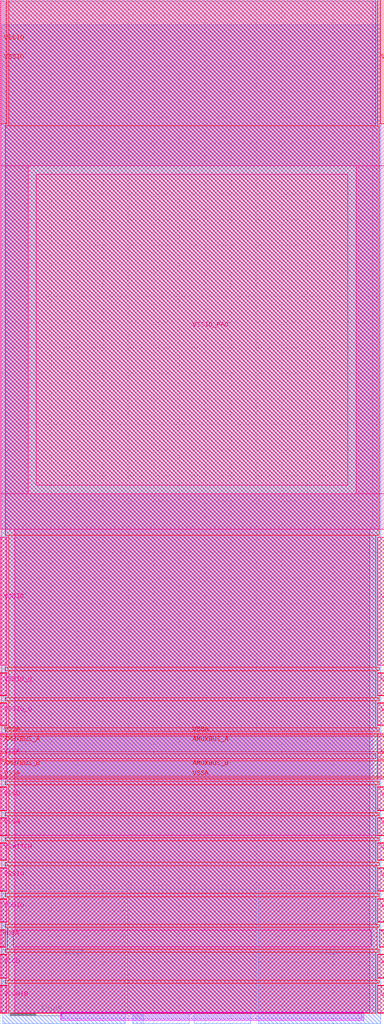
<source format=lef>
VERSION 5.7 ;
  NOWIREEXTENSIONATPIN ON ;
  DIVIDERCHAR "/" ;
  BUSBITCHARS "[]" ;
MACRO sky130_ef_io__vssio_hvc_clamped_pad
  CLASS PAD POWER ;
  FOREIGN sky130_ef_io__vssio_hvc_clamped_pad ;
  ORIGIN 0.000 0.000 ;
  SIZE 75.000 BY 197.965 ;
  PIN AMUXBUS_A
    DIRECTION INOUT ;
    USE SIGNAL ;
    PORT
      LAYER met4 ;
        RECT 0.000 51.090 75.000 54.070 ;
    END
    PORT
      LAYER met4 ;
        RECT 0.000 51.090 1.270 54.070 ;
    END
  END AMUXBUS_A
  PIN AMUXBUS_B
    DIRECTION INOUT ;
    USE SIGNAL ;
    PORT
      LAYER met4 ;
        RECT 0.000 46.330 75.000 49.310 ;
    END
    PORT
      LAYER met4 ;
        RECT 0.000 46.330 1.270 49.310 ;
    END
  END AMUXBUS_B
  PIN VSSIO_PAD
    DIRECTION INOUT ;
    USE GROUND ;
    PORT
      LAYER met5 ;
        RECT 7.050 103.085 67.890 163.910 ;
    END
  END VSSIO_PAD
  PIN VSSA
    DIRECTION INOUT ;
    USE GROUND ;
    PORT
      LAYER met5 ;
        RECT 73.730 45.700 75.000 54.700 ;
    END
    PORT
      LAYER met5 ;
        RECT 73.730 34.805 75.000 38.050 ;
    END
    PORT
      LAYER met5 ;
        RECT 0.000 45.700 1.270 54.700 ;
    END
    PORT
      LAYER met5 ;
        RECT 0.000 34.805 1.270 38.050 ;
    END
    PORT
      LAYER met4 ;
        RECT 73.730 49.610 75.000 50.790 ;
    END
    PORT
      LAYER met4 ;
        RECT 0.000 54.370 75.000 54.700 ;
    END
    PORT
      LAYER met4 ;
        RECT 0.000 45.700 75.000 46.030 ;
    END
    PORT
      LAYER met4 ;
        RECT 73.730 34.700 75.000 38.150 ;
    END
    PORT
      LAYER met4 ;
        RECT 0.000 45.700 1.270 46.030 ;
    END
    PORT
      LAYER met4 ;
        RECT 0.000 49.610 1.270 50.790 ;
    END
    PORT
      LAYER met4 ;
        RECT 0.000 54.370 1.270 54.700 ;
    END
    PORT
      LAYER met4 ;
        RECT 0.000 34.700 1.270 38.150 ;
    END
  END VSSA
  PIN VDDA
    DIRECTION INOUT ;
    USE POWER ;
    PORT
      LAYER met5 ;
        RECT 74.035 13.000 75.000 16.250 ;
    END
    PORT
      LAYER met5 ;
        RECT 0.000 13.000 0.965 16.250 ;
    END
    PORT
      LAYER met4 ;
        RECT 74.035 12.900 75.000 16.350 ;
    END
    PORT
      LAYER met4 ;
        RECT 0.000 12.900 0.965 16.350 ;
    END
  END VDDA
  PIN VSWITCH
    DIRECTION INOUT ;
    USE POWER ;
    PORT
      LAYER met5 ;
        RECT 73.730 29.950 75.000 33.200 ;
    END
    PORT
      LAYER met5 ;
        RECT 0.000 29.950 1.270 33.200 ;
    END
    PORT
      LAYER met4 ;
        RECT 73.730 29.850 75.000 33.300 ;
    END
    PORT
      LAYER met4 ;
        RECT 0.000 29.850 1.270 33.300 ;
    END
  END VSWITCH
  PIN VDDIO_Q
    DIRECTION INOUT ;
    USE POWER ;
    PORT
      LAYER met5 ;
        RECT 73.730 62.150 75.000 66.400 ;
    END
    PORT
      LAYER met5 ;
        RECT 0.000 62.150 1.270 66.400 ;
    END
    PORT
      LAYER met4 ;
        RECT 73.730 62.050 75.000 66.500 ;
    END
    PORT
      LAYER met4 ;
        RECT 0.000 62.050 1.270 66.500 ;
    END
  END VDDIO_Q
  PIN VCCHIB
    DIRECTION INOUT ;
    USE POWER ;
    PORT
      LAYER met5 ;
        RECT 73.730 0.100 75.000 5.350 ;
    END
    PORT
      LAYER met5 ;
        RECT 0.000 0.100 1.270 5.350 ;
    END
    PORT
      LAYER met4 ;
        RECT 73.730 0.000 75.000 5.450 ;
    END
    PORT
      LAYER met4 ;
        RECT 0.000 0.000 1.270 5.450 ;
    END
  END VCCHIB
  PIN VDDIO
    DIRECTION INOUT ;
    USE POWER ;
    PORT
      LAYER met5 ;
        RECT 73.730 68.000 75.000 92.950 ;
    END
    PORT
      LAYER met5 ;
        RECT 73.730 17.850 75.000 22.300 ;
    END
    PORT
      LAYER met5 ;
        RECT 0.000 68.000 1.270 92.950 ;
    END
    PORT
      LAYER met5 ;
        RECT 0.000 17.850 1.270 22.300 ;
    END
    PORT
      LAYER met4 ;
        RECT 73.730 17.750 75.000 22.400 ;
    END
    PORT
      LAYER met4 ;
        RECT 73.730 68.000 75.000 92.965 ;
    END
    PORT
      LAYER met4 ;
        RECT 0.000 17.750 1.270 22.400 ;
    END
    PORT
      LAYER met4 ;
        RECT 0.000 68.000 1.270 92.965 ;
    END
  END VDDIO
  PIN VCCD
    DIRECTION INOUT ;
    USE POWER ;
    PORT
      LAYER met5 ;
        RECT 73.730 6.950 75.000 11.400 ;
    END
    PORT
      LAYER met5 ;
        RECT 0.000 6.950 1.270 11.400 ;
    END
    PORT
      LAYER met4 ;
        RECT 73.730 6.850 75.000 11.500 ;
    END
    PORT
      LAYER met4 ;
        RECT 0.000 6.850 1.270 11.500 ;
    END
  END VCCD
  PIN VSSIO
    DIRECTION INOUT ;
    USE GROUND ;
    PORT
      LAYER met4 ;
        RECT 0.630 189.565 0.640 189.575 ;
    END
    PORT
      LAYER met4 ;
        RECT 74.250 173.750 75.000 197.965 ;
    END
    PORT
      LAYER met3 ;
        RECT 0.495 -2.035 24.395 23.815 ;
    END
    PORT
      LAYER met3 ;
        RECT 50.390 -2.035 74.290 23.815 ;
    END
    PORT
      LAYER met5 ;
        RECT 73.730 23.900 75.000 28.350 ;
    END
    PORT
      LAYER met5 ;
        RECT 0.000 23.900 1.270 28.350 ;
    END
    PORT
      LAYER met4 ;
        RECT 73.730 23.800 75.000 28.450 ;
    END
    PORT
      LAYER met4 ;
        RECT 73.730 173.750 75.000 197.965 ;
    END
    PORT
      LAYER met4 ;
        RECT 0.000 173.750 1.270 197.965 ;
    END
    PORT
      LAYER met4 ;
        RECT 0.000 23.800 1.270 28.450 ;
    END
  END VSSIO
  PIN VSSD
    DIRECTION INOUT ;
    USE GROUND ;
    PORT
      LAYER met5 ;
        RECT 73.730 39.650 75.000 44.100 ;
    END
    PORT
      LAYER met5 ;
        RECT 0.000 39.650 1.270 44.100 ;
    END
    PORT
      LAYER met4 ;
        RECT 73.730 39.550 75.000 44.200 ;
    END
    PORT
      LAYER met4 ;
        RECT 0.000 39.550 1.270 44.200 ;
    END
  END VSSD
  PIN VSSIO_Q
    DIRECTION INOUT ;
    USE GROUND ;
    PORT
      LAYER met5 ;
        RECT 73.730 56.300 75.000 60.550 ;
    END
    PORT
      LAYER met5 ;
        RECT 0.000 56.300 1.270 60.550 ;
    END
    PORT
      LAYER met4 ;
        RECT 73.730 56.200 75.000 60.650 ;
    END
    PORT
      LAYER met4 ;
        RECT 0.000 56.200 1.270 60.650 ;
    END
  END VSSIO_Q
  OBS
      LAYER nwell ;
        RECT 11.860 -1.350 70.965 0.170 ;
      LAYER li1 ;
        RECT 1.070 0.000 72.775 197.660 ;
        RECT 12.065 -0.145 13.045 0.000 ;
        RECT 69.760 -0.145 70.650 0.000 ;
        RECT 12.065 -1.035 70.650 -0.145 ;
      LAYER met1 ;
        RECT 0.185 0.000 73.620 197.690 ;
        RECT 12.035 -0.115 13.350 0.000 ;
        POLYGON 13.350 0.000 13.465 -0.115 13.350 -0.115 ;
        POLYGON 69.540 0.000 69.540 -0.115 69.425 -0.115 ;
        RECT 69.540 -0.115 70.680 0.000 ;
        RECT 12.035 -1.065 70.680 -0.115 ;
      LAYER met2 ;
        RECT 0.265 0.000 74.290 193.040 ;
        RECT 0.495 -2.035 24.395 0.000 ;
        RECT 25.895 -2.035 27.895 -0.115 ;
        RECT 50.390 -2.035 74.290 0.000 ;
      LAYER met3 ;
        RECT 0.240 24.215 74.290 197.965 ;
        RECT 24.795 0.000 49.990 24.215 ;
        RECT 25.895 -2.035 36.895 0.000 ;
        RECT 37.890 -2.035 48.890 0.000 ;
      LAYER met4 ;
        RECT 1.670 173.350 73.330 197.965 ;
        RECT 0.965 93.365 74.035 173.350 ;
        RECT 1.670 67.600 73.330 93.365 ;
        RECT 0.965 66.900 74.035 67.600 ;
        RECT 1.670 61.650 73.330 66.900 ;
        RECT 0.965 61.050 74.035 61.650 ;
        RECT 1.670 55.800 73.330 61.050 ;
        RECT 0.965 55.100 74.035 55.800 ;
        RECT 1.670 49.710 73.330 50.690 ;
        RECT 0.965 44.600 74.035 45.300 ;
        RECT 1.670 39.150 73.330 44.600 ;
        RECT 0.965 38.550 74.035 39.150 ;
        RECT 1.670 34.300 73.330 38.550 ;
        RECT 0.965 33.700 74.035 34.300 ;
        RECT 1.670 29.450 73.330 33.700 ;
        RECT 0.965 28.850 74.035 29.450 ;
        RECT 1.670 23.400 73.330 28.850 ;
        RECT 0.965 22.800 74.035 23.400 ;
        RECT 1.670 17.350 73.330 22.800 ;
        RECT 0.965 16.750 74.035 17.350 ;
        RECT 1.365 12.500 73.635 16.750 ;
        RECT 0.965 11.900 74.035 12.500 ;
        RECT 1.670 6.450 73.330 11.900 ;
        RECT 0.965 5.850 74.035 6.450 ;
        RECT 1.670 0.000 73.330 5.850 ;
      LAYER met5 ;
        RECT 0.000 165.510 75.000 197.965 ;
        RECT 0.000 101.485 5.450 165.510 ;
        RECT 69.490 101.485 75.000 165.510 ;
        RECT 0.000 94.550 75.000 101.485 ;
        RECT 2.870 34.805 72.130 94.550 ;
        RECT 0.000 34.800 75.000 34.805 ;
        RECT 2.870 16.250 72.130 34.800 ;
        RECT 2.565 13.000 72.435 16.250 ;
        RECT 2.870 0.100 72.130 13.000 ;
  END
END sky130_ef_io__vssio_hvc_clamped_pad
END LIBRARY


</source>
